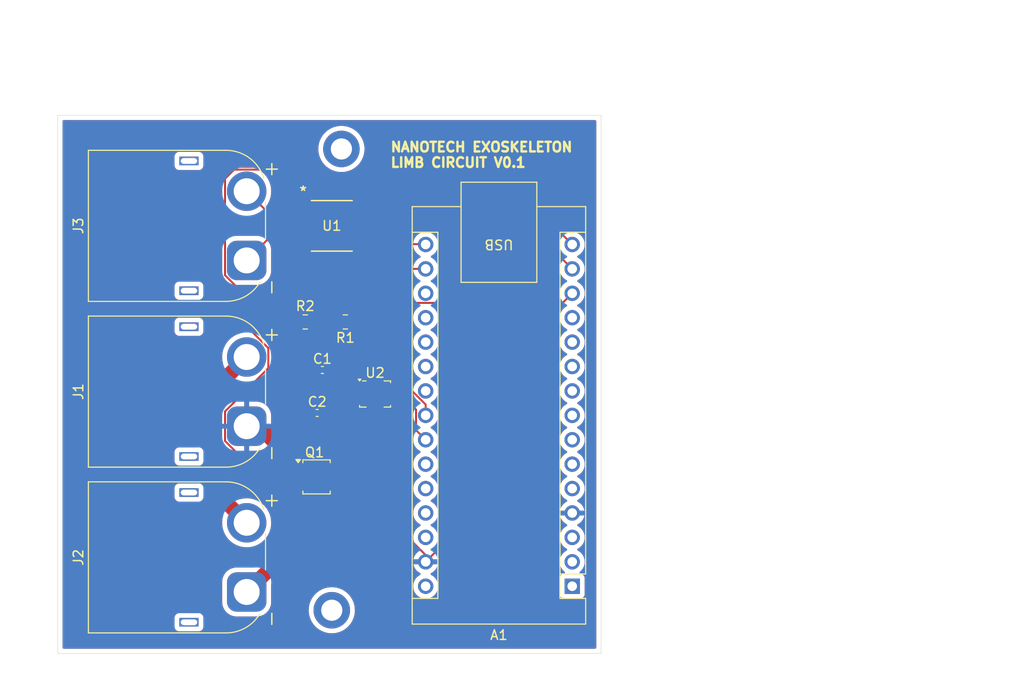
<source format=kicad_pcb>
(kicad_pcb (version 20240108) (generator "pcbnew") (generator_version "8.0")
  (layers (0 "F.Cu" signal) (31 "B.Cu" signal) (34 "B.Paste" user) (35 "F.Paste" user) (36 "B.SilkS" user "B.Silkscreen") (37 "F.SilkS" user "F.Silkscreen") (38 "B.Mask" user) (39 "F.Mask" user) (44 "Edge.Cuts" user))
  (net 0 "")
  (net 2 "MISO_thermocouple")
  (net 3 "CS_thermocouple")
  (net 4 "GND_16.4V")
  (net 5 "SCL_gyro")
  (net 9 "SDA_gyro")
  (net 12 "CLK")
  (net 17 "3.3V_ard")
  (net 21 "PWM_heater")
  (net 30 "+16.4V")
  (net 31 "Net-(J3-Pin_1)")
  (net 32 "Net-(J3-Pin_2)")
  (net 33 "Net-(Q1-G)")
  (net 35 "Net-(U2-VDD)")
  (net 36 "GND_heater")
  (footprint "Connector_AMASS:AMASS_XT60PW-M_1x02_P7.20mm_Horizontal" (layer "F.Cu") (at 106.65 153.1 90)
    (property "Reference" "J2" (at 3.6 -17.5 90) (layer "F.SilkS"))
    (property "Value" "XT60_F_Heater")
    (fp_line (start 11.46 -16.46) (end 11.46 -2.15) (stroke (width 0.12)) (layer "F.SilkS"))
    (fp_line (start -4.26 -16.46) (end 11.46 -16.46) (stroke (width 0.12)) (layer "F.SilkS"))
    (fp_line (start -4.26 -16.46) (end -4.26 -2.15) (stroke (width 0.12)) (layer "F.SilkS"))
    (fp_line (start 2.31 1.96) (end 6.05 1.96) (stroke (width 0.12)) (layer "F.SilkS"))
    (fp_arc (start 11.46 -2.15) (mid 10.653852 0.294722) (end 8.551648 1.780413) (stroke (width 0.12)) (layer "F.SilkS"))
    (fp_arc (start -2.266806 1.372958) (mid -3.727162 -0.126139) (end -4.26 -2.15) (stroke (width 0.12)) (layer "F.SilkS"))
    (fp_text user "+" (at 9.5 2.5 90) (layer "F.SilkS") (effects (font (size 1.5 1.5))))
    (fp_text user "-" (at -2.8 2.5 90) (layer "F.SilkS") (effects (font (size 1.5 1.5))))
    (pad "" thru_hole rect (at -3.15 -6 90) (size 0.9 2) (drill oval 0.6 1.7) (layers "*.Cu" "*.Mask"))
    (pad "" thru_hole rect (at 10.35 -6 90) (size 0.9 2) (drill oval 0.6 1.7) (layers "*.Cu" "*.Mask"))
    (pad "1" thru_hole roundrect (at 0 0 90) (size 4.1 4.1) (drill 2.7) (layers "*.Cu" "*.Mask") (net 36 "GND_heater"))
    (pad "2" thru_hole circle (at 7.2 0 90) (size 4.1 4.1) (drill 2.7) (layers "*.Cu" "*.Mask") (net 30 "+16.4V"))
  )
  (footprint "Package_TO_SOT_SMD:LFPAK33" (layer "F.Cu") (at 113.715 141.126)
    (property "Reference" "Q1" (at 0 -2.55 360) (layer "F.SilkS"))
    (property "Value" "BUK9M52-40EX")
    (fp_line (start -1.22 -1.77) (end -1.22 -1.475) (stroke (width 0.12)) (layer "F.SilkS"))
    (fp_line (start -1.22 1.475) (end -1.22 1.77) (stroke (width 0.12)) (layer "F.SilkS"))
    (fp_line (start -1.22 1.77) (end 1.62 1.77) (stroke (width 0.12)) (layer "F.SilkS"))
    (fp_line (start 1.62 -1.77) (end -1.22 -1.77) (stroke (width 0.12)) (layer "F.SilkS"))
    (fp_line (start 1.62 -1.475) (end 1.62 -1.77) (stroke (width 0.12)) (layer "F.SilkS"))
    (fp_line (start 1.62 1.77) (end 1.62 1.475) (stroke (width 0.12)) (layer "F.SilkS"))
    (fp_poly (pts (xy -1.71 -1.48) (xy -1.47 -1.81) (xy -1.95 -1.81) (xy -1.71 -1.48)) (stroke (width 0.12)) (fill solid) (layer "F.SilkS"))
    (pad "1" smd roundrect (at -1.535 -0.975) (size 0.83 0.4) (layers "F.Cu" "F.Mask") (net 4 "GND_16.4V"))
    (pad "2" smd roundrect (at -1.535 -0.325) (size 0.83 0.4) (layers "F.Cu" "F.Mask") (net 4 "GND_16.4V"))
    (pad "3" smd roundrect (at -1.535 0.325) (size 0.83 0.4) (layers "F.Cu" "F.Mask") (net 4 "GND_16.4V"))
    (pad "4" smd roundrect (at -1.535 0.975) (size 0.83 0.4) (layers "F.Cu" "F.Mask") (net 33 "Net-(Q1-G)"))
    (pad "5" smd custom (at 0.405 0) (size 1.85 2.25) (layers "F.Cu" "F.Mask") (net 36 "GND_heater") (options (clearance outline) (anchor rect)) (primitives (gr_poly (pts (xy 1.545 -0.775) (xy 0.925 -0.775) (xy 0.925 -1.175) (xy 1.545 -1.175)) (width 0) (fill yes)) (gr_poly (pts (xy 1.545 -0.125) (xy 0.925 -0.125) (xy 0.925 -0.525) (xy 1.545 -0.525)) (width 0) (fill yes)) (gr_poly (pts (xy 1.545 0.525) (xy 0.925 0.525) (xy 0.925 0.125) (xy 1.545 0.125)) (width 0) (fill yes)) (gr_poly (pts (xy 1.545 1.175) (xy 0.925 1.175) (xy 0.925 0.775) (xy 1.545 0.775)) (width 0) (fill yes))))
  )
  (footprint "Resistor_SMD:R_0805_2012Metric" (layer "F.Cu") (at 112.7375 125)
    (property "Reference" "R2" (at 0 -1.65 0) (layer "F.SilkS"))
    (property "Value" "10k")
    (fp_line (start -0.227064 -0.735) (end 0.227064 -0.735) (stroke (width 0.12)) (layer "F.SilkS"))
    (fp_line (start -0.227064 0.735) (end 0.227064 0.735) (stroke (width 0.12)) (layer "F.SilkS"))
    (pad "1" smd roundrect (at -0.9125 0) (size 1.025 1.4) (layers "F.Cu" "F.Paste" "F.Mask") (roundrect_rratio 0.243902) (net 33 "Net-(Q1-G)"))
    (pad "2" smd roundrect (at 0.9125 0) (size 1.025 1.4) (layers "F.Cu" "F.Paste" "F.Mask") (roundrect_rratio 0.243902) (net 4 "GND_16.4V"))
  )
  (footprint "MountingHole:MountingHole_2.2mm_M2_DIN965_Pad" (layer "F.Cu") (at 115.5 155)
    (property "Reference" "REF**" (hide yes))
    (property "Value" "MountingHole_2.2mm_M2_DIN965_Pad" (hide yes))
    (pad "1" thru_hole circle (at 0 0) (size 3.8 3.8) (drill 2.2) (layers "*.Cu" "*.Mask"))
  )
  (footprint "MAX31855KASA-T:21-0041B_8_MXM" (layer "F.Cu") (at 115.5 115)
    (property "Reference" "U1" (at 0 0 0) (layer "F.SilkS"))
    (property "Value" "MAX31855KASA+T")
    (fp_line (start -2.1209 2.6289) (end 2.1209 2.6289) (stroke (width 0.1524)) (layer "F.SilkS"))
    (fp_line (start 2.1209 -2.6289) (end -2.1209 -2.6289) (stroke (width 0.1524)) (layer "F.SilkS"))
    (fp_text user "*" (at -2.97815 -3.5814 0) (layer "F.SilkS"))
    (fp_text user "*" (at -2.97815 -3.5814 0) (layer "F.SilkS"))
    (pad "1" smd rect (at -2.72415 -1.905) (size 1.4605 0.5334) (layers "F.Cu" "F.Paste" "F.Mask") (net 4 "GND_16.4V"))
    (pad "2" smd rect (at -2.72415 -0.635) (size 1.4605 0.5334) (layers "F.Cu" "F.Paste" "F.Mask") (net 32 "Net-(J3-Pin_2)"))
    (pad "3" smd rect (at -2.72415 0.635) (size 1.4605 0.5334) (layers "F.Cu" "F.Paste" "F.Mask") (net 31 "Net-(J3-Pin_1)"))
    (pad "4" smd rect (at -2.72415 1.905) (size 1.4605 0.5334) (layers "F.Cu" "F.Paste" "F.Mask") (net 17 "3.3V_ard"))
    (pad "5" smd rect (at 2.72415 1.905) (size 1.4605 0.5334) (layers "F.Cu" "F.Paste" "F.Mask") (net 12 "CLK"))
    (pad "6" smd rect (at 2.72415 0.635) (size 1.4605 0.5334) (layers "F.Cu" "F.Paste" "F.Mask") (net 3 "CS_thermocouple"))
    (pad "7" smd rect (at 2.72415 -0.635) (size 1.4605 0.5334) (layers "F.Cu" "F.Paste" "F.Mask") (net 2 "MISO_thermocouple"))
    (pad "8" smd rect (at 2.72415 -1.905) (size 1.4605 0.5334) (layers "F.Cu" "F.Paste" "F.Mask"))
  )
  (footprint "Capacitor_SMD:C_0402_1005Metric" (layer "F.Cu") (at 114.52 130)
    (property "Reference" "C1" (at 0 -1.16 0) (layer "F.SilkS"))
    (property "Value" "0.1uF")
    (fp_line (start -0.107836 -0.36) (end 0.107836 -0.36) (stroke (width 0.12)) (layer "F.SilkS"))
    (fp_line (start -0.107836 0.36) (end 0.107836 0.36) (stroke (width 0.12)) (layer "F.SilkS"))
    (pad "1" smd roundrect (at -0.48 0) (size 0.56 0.62) (layers "F.Cu" "F.Paste" "F.Mask") (net 17 "3.3V_ard"))
    (pad "2" smd roundrect (at 0.48 0) (size 0.56 0.62) (layers "F.Cu" "F.Paste" "F.Mask") (net 4 "GND_16.4V"))
  )
  (footprint "Connector_AMASS:AMASS_XT60PW-M_1x02_P7.20mm_Horizontal" (layer "F.Cu") (at 106.65 135.85 90)
    (property "Reference" "J1" (at 3.6 -17.5 90) (layer "F.SilkS"))
    (property "Value" "XT60_F_16.6V")
    (fp_line (start 11.46 -16.46) (end 11.46 -2.15) (stroke (width 0.12)) (layer "F.SilkS"))
    (fp_line (start -4.26 -16.46) (end 11.46 -16.46) (stroke (width 0.12)) (layer "F.SilkS"))
    (fp_line (start -4.26 -16.46) (end -4.26 -2.15) (stroke (width 0.12)) (layer "F.SilkS"))
    (fp_line (start 2.31 1.96) (end 6.05 1.96) (stroke (width 0.12)) (layer "F.SilkS"))
    (fp_arc (start 11.46 -2.15) (mid 10.653852 0.294722) (end 8.551648 1.780413) (stroke (width 0.12)) (layer "F.SilkS"))
    (fp_arc (start -2.266806 1.372958) (mid -3.727162 -0.126139) (end -4.26 -2.15) (stroke (width 0.12)) (layer "F.SilkS"))
    (fp_text user "+" (at 9.5 2.5 90) (layer "F.SilkS") (effects (font (size 1.5 1.5))))
    (fp_text user "-" (at -2.8 2.5 90) (layer "F.SilkS") (effects (font (size 1.5 1.5))))
    (pad "" thru_hole rect (at -3.15 -6 90) (size 0.9 2) (drill oval 0.6 1.7) (layers "*.Cu" "*.Mask"))
    (pad "" thru_hole rect (at 10.35 -6 90) (size 0.9 2) (drill oval 0.6 1.7) (layers "*.Cu" "*.Mask"))
    (pad "1" thru_hole roundrect (at 0 0 90) (size 4.1 4.1) (drill 2.7) (layers "*.Cu" "*.Mask") (net 4 "GND_16.4V"))
    (pad "2" thru_hole circle (at 7.2 0 90) (size 4.1 4.1) (drill 2.7) (layers "*.Cu" "*.Mask") (net 30 "+16.4V"))
  )
  (footprint "Capacitor_SMD:C_0402_1005Metric" (layer "F.Cu") (at 113.98 134.47)
    (property "Reference" "C2" (at 0 -1.16 0) (layer "F.SilkS"))
    (property "Value" "0.1uF")
    (fp_line (start -0.107836 -0.36) (end 0.107836 -0.36) (stroke (width 0.12)) (layer "F.SilkS"))
    (fp_line (start -0.107836 0.36) (end 0.107836 0.36) (stroke (width 0.12)) (layer "F.SilkS"))
    (pad "1" smd roundrect (at -0.48 0) (size 0.56 0.62) (layers "F.Cu" "F.Paste" "F.Mask") (net 35 "Net-(U2-VDD)"))
    (pad "2" smd roundrect (at 0.48 0) (size 0.56 0.62) (layers "F.Cu" "F.Paste" "F.Mask") (net 4 "GND_16.4V"))
  )
  (footprint "Connector_AMASS:AMASS_XT60PW-M_1x02_P7.20mm_Horizontal" (layer "F.Cu") (at 106.65 118.6 90)
    (property "Reference" "J3" (at 3.6 -17.5 90) (layer "F.SilkS"))
    (property "Value" "XT60_F_Thermocouple")
    (fp_line (start 11.46 -16.46) (end 11.46 -2.15) (stroke (width 0.12)) (layer "F.SilkS"))
    (fp_line (start -4.26 -16.46) (end 11.46 -16.46) (stroke (width 0.12)) (layer "F.SilkS"))
    (fp_line (start -4.26 -16.46) (end -4.26 -2.15) (stroke (width 0.12)) (layer "F.SilkS"))
    (fp_line (start 2.31 1.96) (end 6.05 1.96) (stroke (width 0.12)) (layer "F.SilkS"))
    (fp_arc (start 11.46 -2.15) (mid 10.653852 0.294722) (end 8.551648 1.780413) (stroke (width 0.12)) (layer "F.SilkS"))
    (fp_arc (start -2.266806 1.372958) (mid -3.727162 -0.126139) (end -4.26 -2.15) (stroke (width 0.12)) (layer "F.SilkS"))
    (fp_text user "+" (at 9.5 2.5 90) (layer "F.SilkS") (effects (font (size 1.5 1.5))))
    (fp_text user "-" (at -2.8 2.5 90) (layer "F.SilkS") (effects (font (size 1.5 1.5))))
    (pad "" thru_hole rect (at -3.15 -6 90) (size 0.9 2) (drill oval 0.6 1.7) (layers "*.Cu" "*.Mask"))
    (pad "" thru_hole rect (at 10.35 -6 90) (size 0.9 2) (drill oval 0.6 1.7) (layers "*.Cu" "*.Mask"))
    (pad "1" thru_hole roundrect (at 0 0 90) (size 4.1 4.1) (drill 2.7) (layers "*.Cu" "*.Mask") (net 31 "Net-(J3-Pin_1)"))
    (pad "2" thru_hole circle (at 7.2 0 90) (size 4.1 4.1) (drill 2.7) (layers "*.Cu" "*.Mask") (net 32 "Net-(J3-Pin_2)"))
  )
  (footprint "MountingHole:MountingHole_2.2mm_M2_DIN965_Pad" (layer "F.Cu") (at 116.5 107)
    (property "Reference" "REF**" (hide yes))
    (property "Value" "MountingHole_2.2mm_M2_DIN965_Pad" (hide yes))
    (pad "1" thru_hole circle (at 0 0) (size 3.8 3.8) (drill 2.2) (layers "*.Cu" "*.Mask"))
  )
  (footprint "Module:Arduino_Nano" (layer "F.Cu") (at 140.5 152.5 180)
    (property "Reference" "A1" (at 7.62 -5.08 360) (layer "F.SilkS"))
    (property "Value" "Arduino_Nano_v3.x")
    (fp_line (start 16.64 39.5) (end 16.64 -3.94) (stroke (width 0.12)) (layer "F.SilkS"))
    (fp_line (start 16.64 39.5) (end 11.56 39.5) (stroke (width 0.12)) (layer "F.SilkS"))
    (fp_line (start 16.64 -3.94) (end -1.4 -3.94) (stroke (width 0.12)) (layer "F.SilkS"))
    (fp_line (start 13.97 36.83) (end 16.64 36.83) (stroke (width 0.12)) (layer "F.SilkS"))
    (fp_line (start 13.97 -1.27) (end 16.64 -1.27) (stroke (width 0.12)) (layer "F.SilkS"))
    (fp_line (start 13.97 -1.27) (end 13.97 36.83) (stroke (width 0.12)) (layer "F.SilkS"))
    (fp_line (start 11.56 42.04) (end 3.68 42.04) (stroke (width 0.12)) (layer "F.SilkS"))
    (fp_line (start 11.56 31.62) (end 11.56 42.04) (stroke (width 0.12)) (layer "F.SilkS"))
    (fp_line (start 3.68 42.04) (end 3.68 31.62) (stroke (width 0.12)) (layer "F.SilkS"))
    (fp_line (start 3.68 31.62) (end 11.56 31.62) (stroke (width 0.12)) (layer "F.SilkS"))
    (fp_line (start 1.27 36.83) (end -1.4 36.83) (stroke (width 0.12)) (layer "F.SilkS"))
    (fp_line (start 1.27 1.27) (end 1.27 36.83) (stroke (width 0.12)) (layer "F.SilkS"))
    (fp_line (start 1.27 1.27) (end 1.27 -1.27) (stroke (width 0.12)) (layer "F.SilkS"))
    (fp_line (start 1.27 1.27) (end -1.4 1.27) (stroke (width 0.12)) (layer "F.SilkS"))
    (fp_line (start 1.27 -1.27) (end -1.4 -1.27) (stroke (width 0.12)) (layer "F.SilkS"))
    (fp_line (start -1.4 39.5) (end 3.68 39.5) (stroke (width 0.12)) (layer "F.SilkS"))
    (fp_line (start -1.4 1.27) (end -1.4 39.5) (stroke (width 0.12)) (layer "F.SilkS"))
    (fp_line (start -1.4 -3.94) (end -1.4 -1.27) (stroke (width 0.12)) (layer "F.SilkS"))
    (fp_text user "USB" (at 7.62 35.56 180) (layer "F.SilkS"))
    (pad "1" thru_hole rect (at 0 0 180) (size 1.6 1.6) (drill 1) (layers "*.Cu" "*.Mask"))
    (pad "2" thru_hole oval (at 0 2.54 180) (size 1.6 1.6) (drill 1) (layers "*.Cu" "*.Mask"))
    (pad "3" thru_hole oval (at 0 5.08 180) (size 1.6 1.6) (drill 1) (layers "*.Cu" "*.Mask"))
    (pad "4" thru_hole oval (at 0 7.62 180) (size 1.6 1.6) (drill 1) (layers "*.Cu" "*.Mask") (net 4 "GND_16.4V"))
    (pad "5" thru_hole oval (at 0 10.16 180) (size 1.6 1.6) (drill 1) (layers "*.Cu" "*.Mask"))
    (pad "6" thru_hole oval (at 0 12.7 180) (size 1.6 1.6) (drill 1) (layers "*.Cu" "*.Mask"))
    (pad "7" thru_hole oval (at 0 15.24 180) (size 1.6 1.6) (drill 1) (layers "*.Cu" "*.Mask"))
    (pad "8" thru_hole oval (at 0 17.78 180) (size 1.6 1.6) (drill 1) (layers "*.Cu" "*.Mask"))
    (pad "9" thru_hole oval (at 0 20.32 180) (size 1.6 1.6) (drill 1) (layers "*.Cu" "*.Mask"))
    (pad "10" thru_hole oval (at 0 22.86 180) (size 1.6 1.6) (drill 1) (layers "*.Cu" "*.Mask"))
    (pad "11" thru_hole oval (at 0 25.4 180) (size 1.6 1.6) (drill 1) (layers "*.Cu" "*.Mask"))
    (pad "12" thru_hole oval (at 0 27.94 180) (size 1.6 1.6) (drill 1) (layers "*.Cu" "*.Mask"))
    (pad "13" thru_hole oval (at 0 30.48 180) (size 1.6 1.6) (drill 1) (layers "*.Cu" "*.Mask") (net 21 "PWM_heater"))
    (pad "14" thru_hole oval (at 0 33.02 180) (size 1.6 1.6) (drill 1) (layers "*.Cu" "*.Mask") (net 3 "CS_thermocouple"))
    (pad "15" thru_hole oval (at 0 35.56 180) (size 1.6 1.6) (drill 1) (layers "*.Cu" "*.Mask") (net 2 "MISO_thermocouple"))
    (pad "16" thru_hole oval (at 15.24 35.56 180) (size 1.6 1.6) (drill 1) (layers "*.Cu" "*.Mask") (net 12 "CLK"))
    (pad "17" thru_hole oval (at 15.24 33.02 180) (size 1.6 1.6) (drill 1) (layers "*.Cu" "*.Mask") (net 17 "3.3V_ard"))
    (pad "18" thru_hole oval (at 15.24 30.48 180) (size 1.6 1.6) (drill 1) (layers "*.Cu" "*.Mask"))
    (pad "19" thru_hole oval (at 15.24 27.94 180) (size 1.6 1.6) (drill 1) (layers "*.Cu" "*.Mask"))
    (pad "20" thru_hole oval (at 15.24 25.4 180) (size 1.6 1.6) (drill 1) (layers "*.Cu" "*.Mask"))
    (pad "21" thru_hole oval (at 15.24 22.86 180) (size 1.6 1.6) (drill 1) (layers "*.Cu" "*.Mask"))
    (pad "22" thru_hole oval (at 15.24 20.32 180) (size 1.6 1.6) (drill 1) (layers "*.Cu" "*.Mask"))
    (pad "23" thru_hole oval (at 15.24 17.78 180) (size 1.6 1.6) (drill 1) (layers "*.Cu" "*.Mask") (net 9 "SDA_gyro"))
    (pad "24" thru_hole oval (at 15.24 15.24 180) (size 1.6 1.6) (drill 1) (layers "*.Cu" "*.Mask") (net 5 "SCL_gyro"))
    (pad "25" thru_hole oval (at 15.24 12.7 180) (size 1.6 1.6) (drill 1) (layers "*.Cu" "*.Mask"))
    (pad "26" thru_hole oval (at 15.24 10.16 180) (size 1.6 1.6) (drill 1) (layers "*.Cu" "*.Mask"))
    (pad "27" thru_hole oval (at 15.24 7.62 180) (size 1.6 1.6) (drill 1) (layers "*.Cu" "*.Mask"))
    (pad "28" thru_hole oval (at 15.24 5.08 180) (size 1.6 1.6) (drill 1) (layers "*.Cu" "*.Mask"))
    (pad "29" thru_hole oval (at 15.24 2.54 180) (size 1.6 1.6) (drill 1) (layers "*.Cu" "*.Mask") (net 4 "GND_16.4V"))
    (pad "30" thru_hole oval (at 15.24 0 180) (size 1.6 1.6) (drill 1) (layers "*.Cu" "*.Mask"))
  )
  (footprint "Resistor_SMD:R_0805_2012Metric" (layer "F.Cu") (at 116.9125 125 180)
    (property "Reference" "R1" (at 0 -1.65 360) (layer "F.SilkS"))
    (property "Value" "100")
    (fp_line (start -0.227064 0.735) (end 0.227064 0.735) (stroke (width 0.12)) (layer "F.SilkS"))
    (fp_line (start -0.227064 -0.735) (end 0.227064 -0.735) (stroke (width 0.12)) (layer "F.SilkS"))
    (pad "1" smd roundrect (at -0.9125 0 180) (size 1.025 1.4) (layers "F.Cu" "F.Paste" "F.Mask") (roundrect_rratio 0.243902) (net 21 "PWM_heater"))
    (pad "2" smd roundrect (at 0.9125 0 180) (size 1.025 1.4) (layers "F.Cu" "F.Paste" "F.Mask") (roundrect_rratio 0.243902) (net 33 "Net-(Q1-G)"))
  )
  (footprint "Package_LGA:LGA-14_3x2.5mm_P0.5mm_LayoutBorder3x4y" (layer "F.Cu") (at 120 132.5)
    (property "Reference" "U2" (at 0 -2.2 360) (layer "F.SilkS"))
    (property "Value" "LSM6DSL")
    (fp_line (start -1.61 1.36) (end -1.61 1.185) (stroke (width 0.12)) (layer "F.SilkS"))
    (fp_line (start -0.935 -1.36) (end -1.31 -1.36) (stroke (width 0.12)) (layer "F.SilkS"))
    (fp_line (start -0.935 1.36) (end -1.61 1.36) (stroke (width 0.12)) (layer "F.SilkS"))
    (fp_line (start 0.935 -1.36) (end 1.61 -1.36) (stroke (width 0.12)) (layer "F.SilkS"))
    (fp_line (start 0.935 1.36) (end 1.61 1.36) (stroke (width 0.12)) (layer "F.SilkS"))
    (fp_line (start 1.61 -1.36) (end 1.61 -1.185) (stroke (width 0.12)) (layer "F.SilkS"))
    (fp_line (start 1.61 1.36) (end 1.61 1.185) (stroke (width 0.12)) (layer "F.SilkS"))
    (fp_poly (pts (xy -1.61 -1.36) (xy -1.75 -1.55) (xy -1.47 -1.55) (xy -1.61 -1.36)) (stroke (width 0.12)) (fill solid) (layer "F.SilkS"))
    (pad "1" smd roundrect (at -1.1625 -0.75) (size 0.625 0.35) (layers "F.Cu" "F.Paste" "F.Mask") (net 17 "3.3V_ard"))
    (pad "2" smd roundrect (at -1.1625 -0.25) (size 0.625 0.35) (layers "F.Cu" "F.Paste" "F.Mask"))
    (pad "3" smd roundrect (at -1.1625 0.25) (size 0.625 0.35) (layers "F.Cu" "F.Paste" "F.Mask"))
    (pad "4" smd roundrect (at -1.1625 0.75) (size 0.625 0.35) (layers "F.Cu" "F.Paste" "F.Mask"))
    (pad "5" smd roundrect (at -0.5 0.9125) (size 0.35 0.625) (layers "F.Cu" "F.Paste" "F.Mask") (net 17 "3.3V_ard"))
    (pad "6" smd roundrect (at 0 0.9125) (size 0.35 0.625) (layers "F.Cu" "F.Paste" "F.Mask") (net 4 "GND_16.4V"))
    (pad "7" smd roundrect (at 0.5 0.9125) (size 0.35 0.625) (layers "F.Cu" "F.Paste" "F.Mask") (net 4 "GND_16.4V"))
    (pad "8" smd roundrect (at 1.1625 0.75) (size 0.625 0.35) (layers "F.Cu" "F.Paste" "F.Mask") (net 35 "Net-(U2-VDD)"))
    (pad "9" smd roundrect (at 1.1625 0.25) (size 0.625 0.35) (layers "F.Cu" "F.Paste" "F.Mask"))
    (pad "10" smd roundrect (at 1.1625 -0.25) (size 0.625 0.35) (layers "F.Cu" "F.Paste" "F.Mask"))
    (pad "11" smd roundrect (at 1.1625 -0.75) (size 0.625 0.35) (layers "F.Cu" "F.Paste" "F.Mask"))
    (pad "12" smd roundrect (at 0.5 -0.9125) (size 0.35 0.625) (layers "F.Cu" "F.Paste" "F.Mask") (net 17 "3.3V_ard"))
    (pad "13" smd roundrect (at 0 -0.9125) (size 0.35 0.625) (layers "F.Cu" "F.Paste" "F.Mask") (net 5 "SCL_gyro"))
    (pad "14" smd roundrect (at -0.5 -0.9125) (size 0.35 0.625) (layers "F.Cu" "F.Paste" "F.Mask") (net 9 "SDA_gyro"))
  )
  (gr_rect (start 113.5 140) (end 115.5 142.5) (stroke (width 0.2)) (fill solid) (layer "F.Cu") (net 36))
  (gr_rect (start 110.5 139.5) (end 112.5 141.5) (stroke (width 0.2)) (fill solid) (layer "F.Cu") (net 4))
  (gr_rect (start 87 103.5) (end 143.5 159.5) (stroke (width 0.05)) (fill none) (layer "Edge.Cuts"))
  (gr_text "NANOTECH EXOSKELETON\nLIMB CIRCUIT V0.1" (at 121.5 109 0) (layer "F.SilkS") (effects (font (size 1 1) (thickness 0.25) (bold yes)) (justify left bottom)))
  (segment (start 118.22415 114.365) (end 137.925 114.365) (width 0.2) (layer "F.Cu") (net 2))
  (segment (start 137.925 114.365) (end 140.5 116.94) (width 0.2) (layer "F.Cu") (net 2))
  (segment (start 136.655 115.635) (end 140.5 119.48) (width 0.2) (layer "F.Cu") (net 3))
  (segment (start 118.22415 115.635) (end 136.655 115.635) (width 0.2) (layer "F.Cu") (net 3))
  (segment (start 113.755286 129.49) (end 113.5 129.745286) (width 0.2) (layer "F.Cu") (net 4))
  (segment (start 113.65 128.65) (end 115 130) (width 0.2) (layer "F.Cu") (net 4))
  (segment (start 111.853914 135.85) (end 106.65 135.85) (width 0.2) (layer "F.Cu") (net 4))
  (segment (start 110.260574 126) (end 112.65 126) (width 0.2) (layer "F.Cu") (net 4))
  (segment (start 119.254999 134.47) (end 120 133.724999) (width 0.2) (layer "F.Cu") (net 4))
  (segment (start 105.35 109.15) (end 104.4 110.1) (width 0.2) (layer "F.Cu") (net 4))
  (segment (start 108.83085 109.15) (end 105.35 109.15) (width 0.2) (layer "F.Cu") (net 4))
  (segment (start 115 130) (end 114.49 129.49) (width 0.2) (layer "F.Cu") (net 4))
  (segment (start 113.5 133.51) (end 114.46 134.47) (width 0.2) (layer "F.Cu") (net 4))
  (segment (start 125.26 149.96) (end 125.26 149.256086) (width 0.2) (layer "F.Cu") (net 4))
  (segment (start 114.49 129.49) (end 113.755286 129.49) (width 0.2) (layer "F.Cu") (net 4))
  (segment (start 114.46 134.47) (end 119.254999 134.47) (width 0.2) (layer "F.Cu") (net 4))
  (segment (start 111.853914 135.146086) (end 113.5 133.5) (width 0.2) (layer "F.Cu") (net 4))
  (segment (start 120.5 133.4125) (end 120 133.4125) (width 0.2) (layer "F.Cu") (net 4))
  (segment (start 104.4 120.139426) (end 110.260574 126) (width 0.2) (layer "F.Cu") (net 4))
  (segment (start 120 133.724999) (end 120 133.4125) (width 0.2) (layer "F.Cu") (net 4))
  (segment (start 112.77585 113.095) (end 108.83085 109.15) (width 0.2) (layer "F.Cu") (net 4))
  (segment (start 107.879 135.85) (end 112.18 140.151) (width 1.5) (layer "F.Cu") (net 4))
  (segment (start 111.853914 135.85) (end 111.853914 135.146086) (width 0.2) (layer "F.Cu") (net 4))
  (segment (start 125.26 149.256086) (end 111.853914 135.85) (width 0.2) (layer "F.Cu") (net 4))
  (segment (start 106.65 135.85) (end 107.879 135.85) (width 1.5) (layer "F.Cu") (net 4))
  (segment (start 113.65 125) (end 113.65 128.65) (width 0.2) (layer "F.Cu") (net 4))
  (segment (start 112.65 126) (end 113.65 125) (width 0.2) (layer "F.Cu") (net 4))
  (segment (start 130.34 144.88) (end 125.26 149.96) (width 0.2) (layer "F.Cu") (net 4))
  (segment (start 113.5 133.5) (end 113.5 133.51) (width 0.2) (layer "F.Cu") (net 4))
  (segment (start 140.5 144.88) (end 130.34 144.88) (width 0.2) (layer "F.Cu") (net 4))
  (segment (start 113.5 129.745286) (end 113.5 133.5) (width 0.2) (layer "F.Cu") (net 4))
  (segment (start 104.4 110.1) (end 104.4 120.139426) (width 0.2) (layer "F.Cu") (net 4))
  (segment (start 124.26 134.12599) (end 124.26 136.26) (width 0.2) (layer "F.Cu") (net 5))
  (segment (start 124.26 136.26) (end 125.26 137.26) (width 0.2) (layer "F.Cu") (net 5))
  (segment (start 120 131.5875) (end 120 131.275001) (width 0.2) (layer "F.Cu") (net 5))
  (segment (start 120.275001 131) (end 121.13401 131) (width 0.2) (layer "F.Cu") (net 5))
  (segment (start 121.13401 131) (end 124.26 134.12599) (width 0.2) (layer "F.Cu") (net 5))
  (segment (start 120 131.275001) (end 120.275001 131) (width 0.2) (layer "F.Cu") (net 5))
  (segment (start 122.365786 130.7) (end 119.8 130.7) (width 0.2) (layer "F.Cu") (net 9))
  (segment (start 119.8 130.7) (end 119.5 131) (width 0.2) (layer "F.Cu") (net 9))
  (segment (start 125.26 134.72) (end 125.26 133.594214) (width 0.2) (layer "F.Cu") (net 9))
  (segment (start 119.5 131) (end 119.5 131.5875) (width 0.2) (layer "F.Cu") (net 9))
  (segment (start 125.26 133.594214) (end 122.365786 130.7) (width 0.2) (layer "F.Cu") (net 9))
  (segment (start 125.225 116.905) (end 125.26 116.94) (width 0.2) (layer "F.Cu") (net 12))
  (segment (start 118.22415 116.905) (end 125.225 116.905) (width 0.2) (layer "F.Cu") (net 12))
  (segment (start 116.7125 120.84165) (end 115.35085 119.48) (width 0.2) (layer "F.Cu") (net 17))
  (segment (start 119.2875 133.625) (end 118.49099 133.625) (width 0.2) (layer "F.Cu") (net 17))
  (segment (start 117.5 132.63401) (end 117.5 131.75) (width 0.2) (layer "F.Cu") (net 17))
  (segment (start 115.79 131.75) (end 117.5 131.75) (width 0.2) (layer "F.Cu") (net 17))
  (segment (start 125.26 119.48) (end 115.35085 119.48) (width 0.2) (layer "F.Cu") (net 17))
  (segment (start 117.5 131.75) (end 118.8375 131.75) (width 0.2) (layer "F.Cu") (net 17))
  (segment (start 120.5 131.5875) (end 120.5 132.19099) (width 0.2) (layer "F.Cu") (net 17))
  (segment (start 116.7125 130.8275) (end 116.7125 120.84165) (width 0.2) (layer "F.Cu") (net 17))
  (segment (start 119.5 133.4125) (end 119.2875 133.625) (width 0.2) (layer "F.Cu") (net 17))
  (segment (start 115.35085 119.48) (end 112.77585 116.905) (width 0.2) (layer "F.Cu") (net 17))
  (segment (start 114.04 130) (end 115.79 131.75) (width 0.2) (layer "F.Cu") (net 17))
  (segment (start 119.5 133.19099) (end 119.5 133.4125) (width 0.2) (layer "F.Cu") (net 17))
  (segment (start 118.49099 133.625) (end 117.5 132.63401) (width 0.2) (layer "F.Cu") (net 17))
  (segment (start 120.5 132.19099) (end 119.5 133.19099) (width 0.2) (layer "F.Cu") (net 17))
  (segment (start 115.79 131.75) (end 116.7125 130.8275) (width 0.2) (layer "F.Cu") (net 17))
  (segment (start 139.5 123.02) (end 119.805 123.02) (width 0.2) (layer "F.Cu") (net 21))
  (segment (start 119.805 123.02) (end 117.825 125) (width 0.2) (layer "F.Cu") (net 21))
  (segment (start 140.5 122.02) (end 139.5 123.02) (width 0.2) (layer "F.Cu") (net 21))
  (segment (start 106.65 128.65) (end 103 132.3) (width 1.5) (layer "F.Cu") (net 30))
  (segment (start 103 142.25) (end 106.65 145.9) (width 1.5) (layer "F.Cu") (net 30))
  (segment (start 103 132.3) (end 103 142.25) (width 1.5) (layer "F.Cu") (net 30))
  (segment (start 109.615 115.635) (end 112.77585 115.635) (width 0.2) (layer "F.Cu") (net 31))
  (segment (start 106.65 118.6) (end 109.615 115.635) (width 0.2) (layer "F.Cu") (net 31))
  (segment (start 106.65 111.4) (end 109.615 114.365) (width 0.2) (layer "F.Cu") (net 32))
  (segment (start 109.615 114.365) (end 112.77585 114.365) (width 0.2) (layer "F.Cu") (net 32))
  (segment (start 109.111574 142.101) (end 104.4 137.389426) (width 0.2) (layer "F.Cu") (net 33))
  (segment (start 115.1 124.1) (end 116 125) (width 0.2) (layer "F.Cu") (net 33))
  (segment (start 104.4 137.389426) (end 104.4 134.310574) (width 0.2) (layer "F.Cu") (net 33))
  (segment (start 105.225736 108.85) (end 109.9278 108.85) (width 0.2) (layer "F.Cu") (net 33))
  (segment (start 104 110.075736) (end 105.225736 108.85) (width 0.2) (layer "F.Cu") (net 33))
  (segment (start 113.7061 112.6283) (end 113.7061 116.4383) (width 0.2) (layer "F.Cu") (net 33))
  (segment (start 111.8456 116.4383) (end 111.825 116.4589) (width 0.2) (layer "F.Cu") (net 33))
  (segment (start 111.825 125) (end 112.725 124.1) (width 0.2) (layer "F.Cu") (net 33))
  (segment (start 108.9 127.718019) (end 104 122.818019) (width 0.2) (layer "F.Cu") (net 33))
  (segment (start 108.9 129.810574) (end 108.9 127.718019) (width 0.2) (layer "F.Cu") (net 33))
  (segment (start 104.4 134.310574) (end 108.9 129.810574) (width 0.2) (layer "F.Cu") (net 33))
  (segment (start 112.725 124.1) (end 115.1 124.1) (width 0.2) (layer "F.Cu") (net 33))
  (segment (start 112.18 142.101) (end 109.111574 142.101) (width 0.2) (layer "F.Cu") (net 33))
  (segment (start 111.825 116.4589) (end 111.825 125) (width 0.2) (layer "F.Cu") (net 33))
  (segment (start 113.7061 116.4383) (end 111.8456 116.4383) (width 0.2) (layer "F.Cu") (net 33))
  (segment (start 104 122.818019) (end 104 110.075736) (width 0.2) (layer "F.Cu") (net 33))
  (segment (start 109.9278 108.85) (end 113.7061 112.6283) (width 0.2) (layer "F.Cu") (net 33))
  (segment (start 114.01 134.98) (end 119.65401 134.98) (width 0.2) (layer "F.Cu") (net 35))
  (segment (start 121.1625 133.47151) (end 121.1625 133.25) (width 0.2) (layer "F.Cu") (net 35))
  (segment (start 113.5 134.47) (end 114.01 134.98) (width 0.2) (layer "F.Cu") (net 35))
  (segment (start 119.65401 134.98) (end 121.1625 133.47151) (width 0.2) (layer "F.Cu") (net 35))
  (segment (start 114.12 145.63) (end 114.12 141.126) (width 1.5) (layer "F.Cu") (net 36))
  (segment (start 106.65 153.1) (end 114.12 145.63) (width 1.5) (layer "F.Cu") (net 36))
  (zone (net 4) (net_name "GND_16.4V") (layers "F&B.Cu") (connect_pads (clearance 0.5)) (min_thickness 0.25) (fill yes (thermal_gap 0.5) (thermal_bridge_width 0.5))
    (polygon (pts (xy 83 96.5) (xy 81 163) (xy 185.5 162) (xy 187.5 91.5) (xy 83.5 97.5) (xy 82.5 98) (xy 83 98.5) (xy 82.5 99)))
  )
)
</source>
